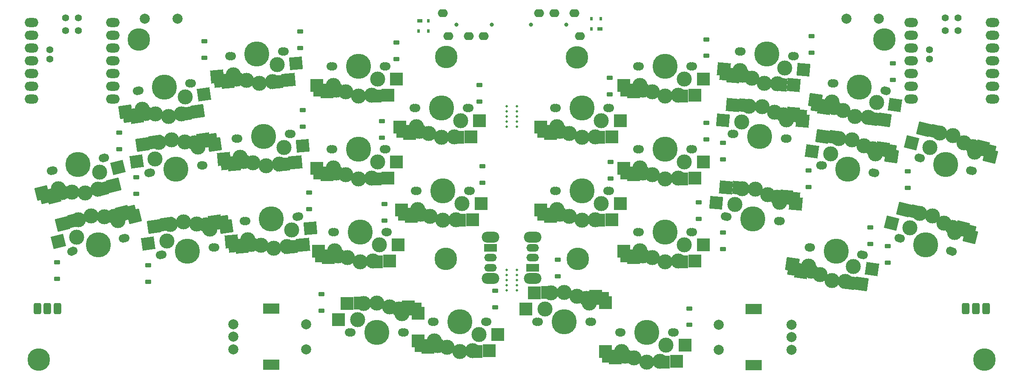
<source format=gbr>
%TF.GenerationSoftware,KiCad,Pcbnew,7.0.2*%
%TF.CreationDate,2023-08-06T16:20:10+02:00*%
%TF.ProjectId,Wizza-xiao,57697a7a-612d-4786-9961-6f2e6b696361,rev?*%
%TF.SameCoordinates,Original*%
%TF.FileFunction,Soldermask,Bot*%
%TF.FilePolarity,Negative*%
%FSLAX46Y46*%
G04 Gerber Fmt 4.6, Leading zero omitted, Abs format (unit mm)*
G04 Created by KiCad (PCBNEW 7.0.2) date 2023-08-06 16:20:10*
%MOMM*%
%LPD*%
G01*
G04 APERTURE LIST*
G04 Aperture macros list*
%AMRoundRect*
0 Rectangle with rounded corners*
0 $1 Rounding radius*
0 $2 $3 $4 $5 $6 $7 $8 $9 X,Y pos of 4 corners*
0 Add a 4 corners polygon primitive as box body*
4,1,4,$2,$3,$4,$5,$6,$7,$8,$9,$2,$3,0*
0 Add four circle primitives for the rounded corners*
1,1,$1+$1,$2,$3*
1,1,$1+$1,$4,$5*
1,1,$1+$1,$6,$7*
1,1,$1+$1,$8,$9*
0 Add four rect primitives between the rounded corners*
20,1,$1+$1,$2,$3,$4,$5,0*
20,1,$1+$1,$4,$5,$6,$7,0*
20,1,$1+$1,$6,$7,$8,$9,0*
20,1,$1+$1,$8,$9,$2,$3,0*%
%AMRotRect*
0 Rectangle, with rotation*
0 The origin of the aperture is its center*
0 $1 length*
0 $2 width*
0 $3 Rotation angle, in degrees counterclockwise*
0 Add horizontal line*
21,1,$1,$2,0,0,$3*%
G04 Aperture macros list end*
%ADD10C,4.500000*%
%ADD11C,1.701800*%
%ADD12C,3.000000*%
%ADD13C,3.987800*%
%ADD14C,5.000000*%
%ADD15R,2.600000X2.600000*%
%ADD16R,2.550000X2.500000*%
%ADD17RotRect,2.600000X2.600000X8.000000*%
%ADD18RotRect,2.550000X2.500000X188.000000*%
%ADD19RotRect,2.600000X2.600000X175.000000*%
%ADD20RotRect,2.550000X2.500000X355.000000*%
%ADD21RotRect,2.600000X2.600000X14.000000*%
%ADD22RotRect,2.550000X2.500000X194.000000*%
%ADD23O,2.750000X1.800000*%
%ADD24C,1.397000*%
%ADD25RotRect,2.600000X2.600000X166.000000*%
%ADD26RotRect,2.550000X2.500000X346.000000*%
%ADD27RotRect,2.600000X2.600000X194.000000*%
%ADD28RotRect,2.550000X2.500000X14.000000*%
%ADD29RotRect,2.600000X2.600000X352.000000*%
%ADD30RotRect,2.550000X2.500000X172.000000*%
%ADD31RoundRect,0.375000X0.375000X0.750000X-0.375000X0.750000X-0.375000X-0.750000X0.375000X-0.750000X0*%
%ADD32RotRect,2.600000X2.600000X188.000000*%
%ADD33RotRect,2.550000X2.500000X8.000000*%
%ADD34RotRect,2.600000X2.600000X5.000000*%
%ADD35RotRect,2.550000X2.500000X185.000000*%
%ADD36C,0.500000*%
%ADD37C,0.800000*%
%ADD38O,2.000000X1.600000*%
%ADD39RotRect,2.600000X2.600000X172.000000*%
%ADD40RotRect,2.550000X2.500000X352.000000*%
%ADD41RotRect,2.600000X2.600000X355.000000*%
%ADD42RotRect,2.550000X2.500000X175.000000*%
%ADD43C,2.000000*%
%ADD44R,3.200000X2.000000*%
%ADD45RoundRect,0.375000X-0.375000X-0.750000X0.375000X-0.750000X0.375000X0.750000X-0.375000X0.750000X0*%
%ADD46RoundRect,0.225000X0.375000X-0.225000X0.375000X0.225000X-0.375000X0.225000X-0.375000X-0.225000X0*%
%ADD47RoundRect,0.225000X-0.375000X0.225000X-0.375000X-0.225000X0.375000X-0.225000X0.375000X0.225000X0*%
%ADD48O,3.500000X2.200000*%
%ADD49R,2.500000X1.500000*%
%ADD50O,2.500000X1.500000*%
%ADD51R,1.000000X0.700000*%
%ADD52R,0.600000X0.700000*%
G04 APERTURE END LIST*
D10*
%TO.C,H8*%
X126365000Y-47117000D03*
%TD*%
%TO.C,H7*%
X233391600Y-107369000D03*
%TD*%
%TO.C,H6*%
X65278000Y-43588200D03*
%TD*%
%TO.C,H5*%
X213503400Y-43588200D03*
%TD*%
%TO.C,H4*%
X45389800Y-107340400D03*
%TD*%
%TO.C,H3*%
X152416400Y-47145600D03*
%TD*%
%TO.C,H2*%
X126263400Y-87299800D03*
%TD*%
%TO.C,H1*%
X152518000Y-87328400D03*
%TD*%
D11*
%TO.C,SW12*%
X164427982Y-48965202D03*
X164847982Y-48965202D03*
D12*
X164927982Y-52715202D03*
X164927982Y-52765202D03*
X165527982Y-53665202D03*
X167387982Y-54045202D03*
D13*
X169927982Y-48965202D03*
D14*
X169927982Y-48965202D03*
D12*
X169927982Y-54865202D03*
X172527982Y-54715202D03*
X173737982Y-51505202D03*
D11*
X175007982Y-48965202D03*
X175427982Y-48965202D03*
D15*
X161652982Y-52765202D03*
X162252982Y-53665202D03*
D16*
X163637982Y-54045202D03*
D15*
X173202982Y-54865202D03*
X175802982Y-54715202D03*
D16*
X177487982Y-51505202D03*
%TD*%
D11*
%TO.C,SW31*%
X164427982Y-81965202D03*
X164847982Y-81965202D03*
D12*
X164927982Y-85715202D03*
X164927982Y-85765202D03*
X165527982Y-86665202D03*
X167387982Y-87045202D03*
D13*
X169927982Y-81965202D03*
D14*
X169927982Y-81965202D03*
D12*
X169927982Y-87865202D03*
X172527982Y-87715202D03*
X173737982Y-84505202D03*
D11*
X175007982Y-81965202D03*
X175427982Y-81965202D03*
D15*
X161652982Y-85765202D03*
X162252982Y-86665202D03*
D16*
X163637982Y-87045202D03*
D15*
X173202982Y-87865202D03*
X175802982Y-87715202D03*
D16*
X177487982Y-84505202D03*
%TD*%
D11*
%TO.C,SW7*%
X64887659Y-53832031D03*
X65303571Y-53773578D03*
D12*
X65904692Y-57475950D03*
X65911650Y-57525463D03*
X66631067Y-58333201D03*
X68525851Y-58450640D03*
D13*
X70334133Y-53066579D03*
D14*
X70334133Y-53066579D03*
D12*
X71155254Y-58909161D03*
X73709075Y-58398770D03*
X74460554Y-55051610D03*
D11*
X75364695Y-52359580D03*
X75780607Y-52301127D03*
D17*
X62668523Y-57981255D03*
X63387939Y-58788992D03*
D18*
X64812346Y-58972540D03*
D17*
X74398382Y-58453369D03*
X76952203Y-57942978D03*
D18*
X78174059Y-54529711D03*
%TD*%
D11*
%TO.C,SW20*%
X194164788Y-63358945D03*
X193746386Y-63322339D03*
D12*
X193993525Y-59579637D03*
X193997882Y-59529827D03*
X193478606Y-58580958D03*
X191658803Y-58040295D03*
D13*
X188685717Y-62879588D03*
D14*
X188685717Y-62879588D03*
D12*
X189199936Y-57002039D03*
X186596756Y-56924864D03*
X185111591Y-60017190D03*
D11*
X183625048Y-62436837D03*
X183206646Y-62400231D03*
D19*
X197260420Y-59815262D03*
X196741143Y-58866393D03*
D20*
X195394533Y-58367129D03*
D19*
X185937398Y-56716604D03*
X183334219Y-56639428D03*
D20*
X181375861Y-59690356D03*
%TD*%
D11*
%TO.C,SW6*%
X47847063Y-69801090D03*
X48254587Y-69699483D03*
D12*
X49239417Y-73318738D03*
X49251514Y-73367253D03*
X50051421Y-74095366D03*
X51948101Y-74014104D03*
D13*
X53183689Y-68470520D03*
D14*
X53183689Y-68470520D03*
D12*
X54611028Y-74195265D03*
X57097509Y-73420723D03*
X57494997Y-70013349D03*
D11*
X58112791Y-67241557D03*
X58520315Y-67139950D03*
D21*
X46073795Y-74159547D03*
X46873702Y-74887660D03*
D22*
X48309492Y-74921311D03*
D21*
X57788747Y-73402971D03*
X60275227Y-72628429D03*
D22*
X61133606Y-69106142D03*
%TD*%
D23*
%TO.C,U1*%
X218818400Y-40208200D03*
X218818400Y-42748200D03*
X218818400Y-45288200D03*
X218818400Y-47828200D03*
X218818400Y-50368200D03*
X218818400Y-52908200D03*
X218818400Y-55448200D03*
X235008400Y-55448200D03*
X235008400Y-52908200D03*
X235008400Y-50368200D03*
X235008400Y-47828200D03*
X235008400Y-45288200D03*
X235008400Y-42748200D03*
X235008400Y-40208200D03*
D24*
X225643400Y-39256200D03*
X228183400Y-39256200D03*
X225643400Y-41796200D03*
X228183400Y-41796200D03*
X222468400Y-47511200D03*
X222468400Y-45606200D03*
%TD*%
D11*
%TO.C,SW4*%
X231008902Y-69801090D03*
X230601378Y-69699483D03*
D12*
X231430962Y-66041521D03*
X231443058Y-65993006D03*
X231078610Y-64974586D03*
X229365790Y-64155899D03*
D13*
X225672276Y-68470520D03*
D14*
X225672276Y-68470520D03*
D12*
X227099615Y-62745775D03*
X224540558Y-62262323D03*
X222589931Y-65084246D03*
D11*
X220743174Y-67241557D03*
X220335650Y-67139950D03*
D25*
X234620776Y-66785300D03*
X234256329Y-65766881D03*
D26*
X233004399Y-65063106D03*
D25*
X223921897Y-61953481D03*
X221362840Y-61470028D03*
D26*
X218951322Y-64177039D03*
%TD*%
D11*
%TO.C,SW9*%
X103427982Y-48965202D03*
X103847982Y-48965202D03*
D12*
X103927982Y-52715202D03*
X103927982Y-52765202D03*
X104527982Y-53665202D03*
X106387982Y-54045202D03*
D13*
X108927982Y-48965202D03*
D14*
X108927982Y-48965202D03*
D12*
X108927982Y-54865202D03*
X111527982Y-54715202D03*
X112737982Y-51505202D03*
D11*
X114007982Y-48965202D03*
X114427982Y-48965202D03*
D15*
X100652982Y-52765202D03*
X101252982Y-53665202D03*
D16*
X102637982Y-54045202D03*
D15*
X112202982Y-54865202D03*
X114802982Y-54715202D03*
D16*
X116487982Y-51505202D03*
%TD*%
D11*
%TO.C,SW33*%
X155302982Y-99840202D03*
X154882982Y-99840202D03*
D12*
X154802982Y-96090202D03*
X154802982Y-96040202D03*
X154202982Y-95140202D03*
X152342982Y-94760202D03*
D13*
X149802982Y-99840202D03*
D14*
X149802982Y-99840202D03*
D12*
X149802982Y-93940202D03*
X147202982Y-94090202D03*
X145992982Y-97300202D03*
D11*
X144722982Y-99840202D03*
X144302982Y-99840202D03*
D15*
X158077982Y-96040202D03*
X157477982Y-95140202D03*
D16*
X156092982Y-94760202D03*
D15*
X146527982Y-93940202D03*
X143927982Y-94090202D03*
D16*
X142242982Y-97300202D03*
%TD*%
D11*
%TO.C,SW16*%
X62512026Y-83149830D03*
X62104502Y-83251437D03*
D12*
X61119672Y-79632182D03*
X61107575Y-79583667D03*
X60307668Y-78855554D03*
X58410988Y-78936816D03*
D13*
X57175400Y-84480400D03*
D14*
X57175400Y-84480400D03*
D12*
X55748061Y-78755655D03*
X53261580Y-79530197D03*
X52864092Y-82937571D03*
D11*
X52246298Y-85709363D03*
X51838774Y-85810970D03*
D27*
X64285294Y-78791373D03*
X63485387Y-78063260D03*
D28*
X62049597Y-78029609D03*
D27*
X52570342Y-79547949D03*
X50083862Y-80322491D03*
D28*
X49225483Y-83844778D03*
%TD*%
D11*
%TO.C,SW3*%
X123552982Y-99840202D03*
X123972982Y-99840202D03*
D12*
X124052982Y-103590202D03*
X124052982Y-103640202D03*
X124652982Y-104540202D03*
X126512982Y-104920202D03*
D13*
X129052982Y-99840202D03*
D14*
X129052982Y-99840202D03*
D12*
X129052982Y-105740202D03*
X131652982Y-105590202D03*
X132862982Y-102380202D03*
D11*
X134132982Y-99840202D03*
X134552982Y-99840202D03*
D15*
X120777982Y-103640202D03*
X121377982Y-104540202D03*
D16*
X122762982Y-104920202D03*
D15*
X132327982Y-105740202D03*
X134927982Y-105590202D03*
D16*
X136612982Y-102380202D03*
%TD*%
D11*
%TO.C,SW10*%
X203075358Y-52301127D03*
X203491270Y-52359580D03*
D12*
X203048593Y-56084219D03*
X203041634Y-56133732D03*
X203510539Y-57108477D03*
X205299552Y-57743641D03*
D13*
X208521832Y-53066579D03*
D14*
X208521832Y-53066579D03*
D12*
X207700711Y-58909161D03*
X210296284Y-59122470D03*
X211941254Y-56112109D03*
D11*
X213552394Y-53773578D03*
X213968306Y-53832031D03*
D29*
X199798506Y-55677940D03*
X200267411Y-56652685D03*
D30*
X201586046Y-57221742D03*
D29*
X210943839Y-59364953D03*
X213539412Y-59578262D03*
D30*
X215654759Y-56634009D03*
%TD*%
D11*
%TO.C,SW14*%
X227017191Y-85810970D03*
X226609667Y-85709363D03*
D12*
X227439251Y-82051401D03*
X227451347Y-82002886D03*
X227086899Y-80984466D03*
X225374079Y-80165779D03*
D13*
X221680565Y-84480400D03*
D14*
X221680565Y-84480400D03*
D12*
X223107904Y-78755655D03*
X220548847Y-78272203D03*
X218598220Y-81094126D03*
D11*
X216751463Y-83251437D03*
X216343939Y-83149830D03*
D25*
X230629065Y-82795180D03*
X230264618Y-81776761D03*
D26*
X229012688Y-81072986D03*
D25*
X219930186Y-77963361D03*
X217371129Y-77479908D03*
D26*
X214959611Y-80186919D03*
%TD*%
D31*
%TO.C,J3*%
X45072800Y-97231200D03*
X47072800Y-97231200D03*
X49072800Y-97231200D03*
%TD*%
D11*
%TO.C,SW17*%
X78076963Y-68640550D03*
X77661051Y-68699003D03*
D12*
X77059930Y-64996631D03*
X77052972Y-64947118D03*
X76333555Y-64139380D03*
X74438771Y-64021941D03*
D13*
X72630489Y-69406002D03*
D14*
X72630489Y-69406002D03*
D12*
X71809368Y-63563420D03*
X69255547Y-64073811D03*
X68504068Y-67420971D03*
D11*
X67599927Y-70113001D03*
X67184015Y-70171454D03*
D32*
X80296099Y-64491326D03*
X79576683Y-63683589D03*
D33*
X78152276Y-63500041D03*
D32*
X68566240Y-64019212D03*
X66012419Y-64529603D03*
D33*
X64790563Y-67942870D03*
%TD*%
D11*
%TO.C,SW22*%
X147927982Y-73715202D03*
X148347982Y-73715202D03*
D12*
X148427982Y-77465202D03*
X148427982Y-77515202D03*
X149027982Y-78415202D03*
X150887982Y-78795202D03*
D13*
X153427982Y-73715202D03*
D14*
X153427982Y-73715202D03*
D12*
X153427982Y-79615202D03*
X156027982Y-79465202D03*
X157237982Y-76255202D03*
D11*
X158507982Y-73715202D03*
X158927982Y-73715202D03*
D15*
X145152982Y-77515202D03*
X145752982Y-78415202D03*
D16*
X147137982Y-78795202D03*
D15*
X156702982Y-79615202D03*
X159302982Y-79465202D03*
D16*
X160987982Y-76255202D03*
%TD*%
D23*
%TO.C,U2*%
X43876600Y-40208200D03*
X43876600Y-42748200D03*
X43876600Y-45288200D03*
X43876600Y-47828200D03*
X43876600Y-50368200D03*
X43876600Y-52908200D03*
X43876600Y-55448200D03*
X60066600Y-55448200D03*
X60066600Y-52908200D03*
X60066600Y-50368200D03*
X60066600Y-47828200D03*
X60066600Y-45288200D03*
X60066600Y-42748200D03*
X60066600Y-40208200D03*
D24*
X50701600Y-39256200D03*
X53241600Y-39256200D03*
X50701600Y-41796200D03*
X53241600Y-41796200D03*
X47526600Y-47511200D03*
X47526600Y-45606200D03*
%TD*%
D11*
%TO.C,SW27*%
X86129247Y-79796157D03*
X86547649Y-79759551D03*
D12*
X86954179Y-83488309D03*
X86958536Y-83538119D03*
X87634693Y-84382400D03*
X89520735Y-84598845D03*
D13*
X91608318Y-79316800D03*
D14*
X91608318Y-79316800D03*
D12*
X92122537Y-85194349D03*
X94699570Y-84818315D03*
X95625195Y-81515071D03*
D11*
X96668987Y-78874049D03*
X97087389Y-78837443D03*
D34*
X83695999Y-83823554D03*
X84372156Y-84667835D03*
D35*
X85785005Y-84925679D03*
D34*
X95385075Y-84908914D03*
X97962107Y-84532880D03*
D35*
X99360926Y-81188237D03*
%TD*%
D11*
%TO.C,SW2*%
X120240482Y-73715202D03*
X120660482Y-73715202D03*
D12*
X120740482Y-77465202D03*
X120740482Y-77515202D03*
X121340482Y-78415202D03*
X123200482Y-78795202D03*
D13*
X125740482Y-73715202D03*
D14*
X125740482Y-73715202D03*
D12*
X125740482Y-79615202D03*
X128340482Y-79465202D03*
X129550482Y-76255202D03*
D11*
X130820482Y-73715202D03*
X131240482Y-73715202D03*
D15*
X117465482Y-77515202D03*
X118065482Y-78415202D03*
D16*
X119450482Y-78795202D03*
D15*
X129015482Y-79615202D03*
X131615482Y-79465202D03*
D16*
X133300482Y-76255202D03*
%TD*%
D36*
%TO.C,mouse-bite-2mm-slot*%
X138379200Y-89535000D03*
X138379200Y-90551000D03*
X138379200Y-91567000D03*
X138379200Y-92583000D03*
X138379200Y-93599000D03*
X140411200Y-89535000D03*
X140411200Y-90551000D03*
X140411200Y-91567000D03*
X140411200Y-92583000D03*
X140411200Y-93599000D03*
%TD*%
D37*
%TO.C,J2*%
X135440800Y-40640000D03*
X128440800Y-40640000D03*
D38*
X130840800Y-42940000D03*
X133840800Y-42940000D03*
X125740800Y-38340000D03*
X126840800Y-42940000D03*
%TD*%
D11*
%TO.C,SW1*%
X119927982Y-57215202D03*
X120347982Y-57215202D03*
D12*
X120427982Y-60965202D03*
X120427982Y-61015202D03*
X121027982Y-61915202D03*
X122887982Y-62295202D03*
D13*
X125427982Y-57215202D03*
D14*
X125427982Y-57215202D03*
D12*
X125427982Y-63115202D03*
X128027982Y-62965202D03*
X129237982Y-59755202D03*
D11*
X130507982Y-57215202D03*
X130927982Y-57215202D03*
D15*
X117152982Y-61015202D03*
X117752982Y-61915202D03*
D16*
X119137982Y-62295202D03*
D15*
X128702982Y-63115202D03*
X131302982Y-62965202D03*
D16*
X132987982Y-59755202D03*
%TD*%
D11*
%TO.C,SW29*%
X118052982Y-101965202D03*
X117632982Y-101965202D03*
D12*
X117552982Y-98215202D03*
X117552982Y-98165202D03*
X116952982Y-97265202D03*
X115092982Y-96885202D03*
D13*
X112552982Y-101965202D03*
D14*
X112552982Y-101965202D03*
D12*
X112552982Y-96065202D03*
X109952982Y-96215202D03*
X108742982Y-99425202D03*
D11*
X107472982Y-101965202D03*
X107052982Y-101965202D03*
D15*
X120827982Y-98165202D03*
X120227982Y-97265202D03*
D16*
X118842982Y-96885202D03*
D15*
X109277982Y-96065202D03*
X106677982Y-96215202D03*
D16*
X104992982Y-99425202D03*
%TD*%
D11*
%TO.C,SW15*%
X211671950Y-70171454D03*
X211256038Y-70113001D03*
D12*
X211698715Y-66388362D03*
X211705674Y-66338849D03*
X211236769Y-65364104D03*
X209447756Y-64728940D03*
D13*
X206225476Y-69406002D03*
D14*
X206225476Y-69406002D03*
D12*
X207046597Y-63563420D03*
X204451024Y-63350111D03*
X202806054Y-66360472D03*
D11*
X201194914Y-68699003D03*
X200779002Y-68640550D03*
D39*
X214948802Y-66794641D03*
X214479897Y-65819896D03*
D40*
X213161262Y-65250839D03*
D39*
X203803469Y-63107628D03*
X201207896Y-62894319D03*
D40*
X199092549Y-65838572D03*
%TD*%
D11*
%TO.C,SW32*%
X160802982Y-101965202D03*
X161222982Y-101965202D03*
D12*
X161302982Y-105715202D03*
X161302982Y-105765202D03*
X161902982Y-106665202D03*
X163762982Y-107045202D03*
D13*
X166302982Y-101965202D03*
D14*
X166302982Y-101965202D03*
D12*
X166302982Y-107865202D03*
X168902982Y-107715202D03*
X170112982Y-104505202D03*
D11*
X171382982Y-101965202D03*
X171802982Y-101965202D03*
D15*
X158027982Y-105765202D03*
X158627982Y-106665202D03*
D16*
X160012982Y-107045202D03*
D15*
X169577982Y-107865202D03*
X172177982Y-107715202D03*
D16*
X173862982Y-104505202D03*
%TD*%
D11*
%TO.C,SW11*%
X184644715Y-45963018D03*
X185063117Y-45999624D03*
D12*
X184815978Y-49742326D03*
X184811621Y-49792136D03*
X185330897Y-50741005D03*
X187150700Y-51281668D03*
D13*
X190123786Y-46442375D03*
D14*
X190123786Y-46442375D03*
D12*
X189609567Y-52319924D03*
X192212747Y-52397099D03*
X193697912Y-49304773D03*
D11*
X195184455Y-46885126D03*
X195602857Y-46921732D03*
D41*
X181549083Y-49506701D03*
X182068360Y-50455570D03*
D42*
X183414970Y-50954834D03*
D41*
X192872105Y-52605359D03*
X195475284Y-52682535D03*
D42*
X197433642Y-49631607D03*
%TD*%
D11*
%TO.C,SW23*%
X198482646Y-84979973D03*
X198898558Y-85038426D03*
D12*
X198455881Y-88763065D03*
X198448922Y-88812578D03*
X198917827Y-89787323D03*
X200706840Y-90422487D03*
D13*
X203929120Y-85745425D03*
D14*
X203929120Y-85745425D03*
D12*
X203107999Y-91588007D03*
X205703572Y-91801316D03*
X207348542Y-88790955D03*
D11*
X208959682Y-86452424D03*
X209375594Y-86510877D03*
D29*
X195205794Y-88356786D03*
X195674699Y-89331531D03*
D30*
X196993334Y-89900588D03*
D29*
X206351127Y-92043799D03*
X208946700Y-92257108D03*
D30*
X211062047Y-89312855D03*
%TD*%
D37*
%TO.C,J1*%
X143255900Y-40640000D03*
X150255900Y-40640000D03*
D38*
X147855900Y-38340000D03*
X144855900Y-38340000D03*
X152955900Y-42940000D03*
X151855900Y-38340000D03*
%TD*%
D11*
%TO.C,SW24*%
X192825280Y-79796157D03*
X192406878Y-79759551D03*
D12*
X192654017Y-76016849D03*
X192658374Y-75967039D03*
X192139098Y-75018170D03*
X190319295Y-74477507D03*
D13*
X187346209Y-79316800D03*
D14*
X187346209Y-79316800D03*
D12*
X187860428Y-73439251D03*
X185257248Y-73362076D03*
X183772083Y-76454402D03*
D11*
X182285540Y-78874049D03*
X181867138Y-78837443D03*
D19*
X195920912Y-76252474D03*
X195401635Y-75303605D03*
D20*
X194055025Y-74804341D03*
D19*
X184597890Y-73153816D03*
X181994711Y-73076640D03*
D20*
X180036353Y-76127568D03*
%TD*%
D43*
%TO.C,SW35*%
X195051000Y-105383200D03*
X195051000Y-100383200D03*
X195051000Y-102883200D03*
D44*
X187551000Y-108483200D03*
X187551000Y-97283200D03*
D43*
X180551000Y-100383200D03*
X180551000Y-105383200D03*
%TD*%
D45*
%TO.C,J4*%
X233713200Y-97231200D03*
X231713200Y-97231200D03*
X229713200Y-97231200D03*
%TD*%
D43*
%TO.C,SW34*%
X84044200Y-100307000D03*
X84044200Y-105307000D03*
X84044200Y-102807000D03*
D44*
X91544200Y-97207000D03*
X91544200Y-108407000D03*
D43*
X98544200Y-105307000D03*
X98544200Y-100307000D03*
%TD*%
D36*
%TO.C,mouse-bite-2mm-slot*%
X138379200Y-56896053D03*
X138379200Y-57912053D03*
X138379200Y-58928053D03*
X138379200Y-59944053D03*
X138379200Y-60960053D03*
X140411200Y-56896053D03*
X140411200Y-57912053D03*
X140411200Y-58928053D03*
X140411200Y-59944053D03*
X140411200Y-60960053D03*
%TD*%
D11*
%TO.C,SW13*%
X147927982Y-57215202D03*
X148347982Y-57215202D03*
D12*
X148427982Y-60965202D03*
X148427982Y-61015202D03*
X149027982Y-61915202D03*
X150887982Y-62295202D03*
D13*
X153427982Y-57215202D03*
D14*
X153427982Y-57215202D03*
D12*
X153427982Y-63115202D03*
X156027982Y-62965202D03*
X157237982Y-59755202D03*
D11*
X158507982Y-57215202D03*
X158927982Y-57215202D03*
D15*
X145152982Y-61015202D03*
X145752982Y-61915202D03*
D16*
X147137982Y-62295202D03*
D15*
X156702982Y-63115202D03*
X159302982Y-62965202D03*
D16*
X160987982Y-59755202D03*
%TD*%
D11*
%TO.C,SW19*%
X103427982Y-65465202D03*
X103847982Y-65465202D03*
D12*
X103927982Y-69215202D03*
X103927982Y-69265202D03*
X104527982Y-70165202D03*
X106387982Y-70545202D03*
D13*
X108927982Y-65465202D03*
D14*
X108927982Y-65465202D03*
D12*
X108927982Y-71365202D03*
X111527982Y-71215202D03*
X112737982Y-68005202D03*
D11*
X114007982Y-65465202D03*
X114427982Y-65465202D03*
D15*
X100652982Y-69265202D03*
X101252982Y-70165202D03*
D16*
X102637982Y-70545202D03*
D15*
X112202982Y-71365202D03*
X114802982Y-71215202D03*
D16*
X116487982Y-68005202D03*
%TD*%
D11*
%TO.C,SW26*%
X80373319Y-84979973D03*
X79957407Y-85038426D03*
D12*
X79356286Y-81336054D03*
X79349328Y-81286541D03*
X78629911Y-80478803D03*
X76735127Y-80361364D03*
D13*
X74926845Y-85745425D03*
D14*
X74926845Y-85745425D03*
D12*
X74105724Y-79902843D03*
X71551903Y-80413234D03*
X70800424Y-83760394D03*
D11*
X69896283Y-86452424D03*
X69480371Y-86510877D03*
D32*
X82592455Y-80830749D03*
X81873039Y-80023012D03*
D33*
X80448632Y-79839464D03*
D32*
X70862596Y-80358635D03*
X68308775Y-80869026D03*
D33*
X67086919Y-84282293D03*
%TD*%
D11*
%TO.C,SW28*%
X103740482Y-81965202D03*
X104160482Y-81965202D03*
D12*
X104240482Y-85715202D03*
X104240482Y-85765202D03*
X104840482Y-86665202D03*
X106700482Y-87045202D03*
D13*
X109240482Y-81965202D03*
D14*
X109240482Y-81965202D03*
D12*
X109240482Y-87865202D03*
X111840482Y-87715202D03*
X113050482Y-84505202D03*
D11*
X114320482Y-81965202D03*
X114740482Y-81965202D03*
D15*
X100965482Y-85765202D03*
X101565482Y-86665202D03*
D16*
X102950482Y-87045202D03*
D15*
X112515482Y-87865202D03*
X115115482Y-87715202D03*
D16*
X116800482Y-84505202D03*
%TD*%
D11*
%TO.C,SW8*%
X83253107Y-46921732D03*
X83671509Y-46885126D03*
D12*
X84078039Y-50613884D03*
X84082396Y-50663694D03*
X84758553Y-51507975D03*
X86644595Y-51724420D03*
D13*
X88732178Y-46442375D03*
D14*
X88732178Y-46442375D03*
D12*
X89246397Y-52319924D03*
X91823430Y-51943890D03*
X92749055Y-48640646D03*
D11*
X93792847Y-45999624D03*
X94211249Y-45963018D03*
D34*
X80819859Y-50949129D03*
X81496016Y-51793410D03*
D35*
X82908865Y-52051254D03*
D34*
X92508935Y-52034489D03*
X95085967Y-51658455D03*
D35*
X96484786Y-48313812D03*
%TD*%
D11*
%TO.C,SW21*%
X164427982Y-65465202D03*
X164847982Y-65465202D03*
D12*
X164927982Y-69215202D03*
X164927982Y-69265202D03*
X165527982Y-70165202D03*
X167387982Y-70545202D03*
D13*
X169927982Y-65465202D03*
D14*
X169927982Y-65465202D03*
D12*
X169927982Y-71365202D03*
X172527982Y-71215202D03*
X173737982Y-68005202D03*
D11*
X175007982Y-65465202D03*
X175427982Y-65465202D03*
D15*
X161652982Y-69265202D03*
X162252982Y-70165202D03*
D16*
X163637982Y-70545202D03*
D15*
X173202982Y-71365202D03*
X175802982Y-71215202D03*
D16*
X177487982Y-68005202D03*
%TD*%
D11*
%TO.C,SW18*%
X84592614Y-63358945D03*
X85011016Y-63322339D03*
D12*
X85417546Y-67051097D03*
X85421903Y-67100907D03*
X86098060Y-67945188D03*
X87984102Y-68161633D03*
D13*
X90071685Y-62879588D03*
D14*
X90071685Y-62879588D03*
D12*
X90585904Y-68757137D03*
X93162937Y-68381103D03*
X94088562Y-65077859D03*
D11*
X95132354Y-62436837D03*
X95550756Y-62400231D03*
D34*
X82159366Y-67386342D03*
X82835523Y-68230623D03*
D35*
X84248372Y-68488467D03*
D34*
X93848442Y-68471702D03*
X96425474Y-68095668D03*
D35*
X97824293Y-64751025D03*
%TD*%
D46*
%TO.C,D4*%
X133553200Y-72110600D03*
X133553200Y-68810600D03*
%TD*%
D47*
%TO.C,D18*%
X48971200Y-87935800D03*
X48971200Y-91235800D03*
%TD*%
D46*
%TO.C,D3*%
X133019800Y-55930800D03*
X133019800Y-52630800D03*
%TD*%
%TO.C,D22*%
X178155600Y-63500000D03*
X178155600Y-60200000D03*
%TD*%
%TO.C,D40*%
X114071400Y-79704200D03*
X114071400Y-76404200D03*
%TD*%
%TO.C,D41*%
X101600000Y-97636600D03*
X101600000Y-94336600D03*
%TD*%
D47*
%TO.C,D19*%
X64770000Y-71018400D03*
X64770000Y-74318400D03*
%TD*%
D46*
%TO.C,D39*%
X99161600Y-77392800D03*
X99161600Y-74092800D03*
%TD*%
D47*
%TO.C,D25*%
X181381400Y-82043000D03*
X181381400Y-85343000D03*
%TD*%
%TO.C,D15*%
X214223600Y-84786200D03*
X214223600Y-88086200D03*
%TD*%
%TO.C,D6*%
X218186000Y-69825600D03*
X218186000Y-73125600D03*
%TD*%
%TO.C,D17*%
X181432200Y-64187800D03*
X181432200Y-67487800D03*
%TD*%
D48*
%TO.C,SW25*%
X135204200Y-82971200D03*
X135204200Y-91171200D03*
D49*
X135204200Y-85071200D03*
D50*
X135204200Y-87071200D03*
X135204200Y-89071200D03*
%TD*%
D46*
%TO.C,D26*%
X176606200Y-79347600D03*
X176606200Y-76047600D03*
%TD*%
%TO.C,D10*%
X97332800Y-45261800D03*
X97332800Y-41961800D03*
%TD*%
%TO.C,D9*%
X78308200Y-47268400D03*
X78308200Y-43968400D03*
%TD*%
%TO.C,D7*%
X215214200Y-51611800D03*
X215214200Y-48311800D03*
%TD*%
%TO.C,D24*%
X210693000Y-84326000D03*
X210693000Y-81026000D03*
%TD*%
%TO.C,D13*%
X178104800Y-46862000D03*
X178104800Y-43562000D03*
%TD*%
%TO.C,D12*%
X199009000Y-46252400D03*
X199009000Y-42952400D03*
%TD*%
D48*
%TO.C,SW30*%
X143587600Y-91171200D03*
X143587600Y-82971200D03*
D49*
X143587600Y-89071200D03*
D50*
X143587600Y-87071200D03*
X143587600Y-85071200D03*
%TD*%
D51*
%TO.C,D1*%
X156924400Y-41462200D03*
D52*
X155224400Y-41462200D03*
X155224400Y-39462200D03*
X157124400Y-39462200D03*
%TD*%
D46*
%TO.C,D23*%
X159080200Y-71297800D03*
X159080200Y-67997800D03*
%TD*%
%TO.C,D14*%
X158927800Y-54532800D03*
X158927800Y-51232800D03*
%TD*%
%TO.C,D21*%
X113563400Y-63143400D03*
X113563400Y-59843400D03*
%TD*%
D47*
%TO.C,D16*%
X198450200Y-69673200D03*
X198450200Y-72973200D03*
%TD*%
D46*
%TO.C,D8*%
X61366400Y-65453800D03*
X61366400Y-62153800D03*
%TD*%
%TO.C,D11*%
X116484400Y-47522400D03*
X116484400Y-44222400D03*
%TD*%
%TO.C,D27*%
X174701200Y-100457000D03*
X174701200Y-97157000D03*
%TD*%
%TO.C,D28*%
X148564600Y-90727800D03*
X148564600Y-87427800D03*
%TD*%
%TO.C,D5*%
X136093200Y-96926400D03*
X136093200Y-93626400D03*
%TD*%
D43*
%TO.C,SW5*%
X212435800Y-39434000D03*
X205935800Y-39434000D03*
%TD*%
D51*
%TO.C,D2*%
X121093800Y-39868600D03*
D52*
X122793800Y-39868600D03*
X122793800Y-41868600D03*
X120893800Y-41868600D03*
%TD*%
D46*
%TO.C,D20*%
X97840800Y-60984400D03*
X97840800Y-57684400D03*
%TD*%
D43*
%TO.C,SW40*%
X66471800Y-39434000D03*
X72971800Y-39434000D03*
%TD*%
D47*
%TO.C,D38*%
X67081400Y-88570800D03*
X67081400Y-91870800D03*
%TD*%
M02*

</source>
